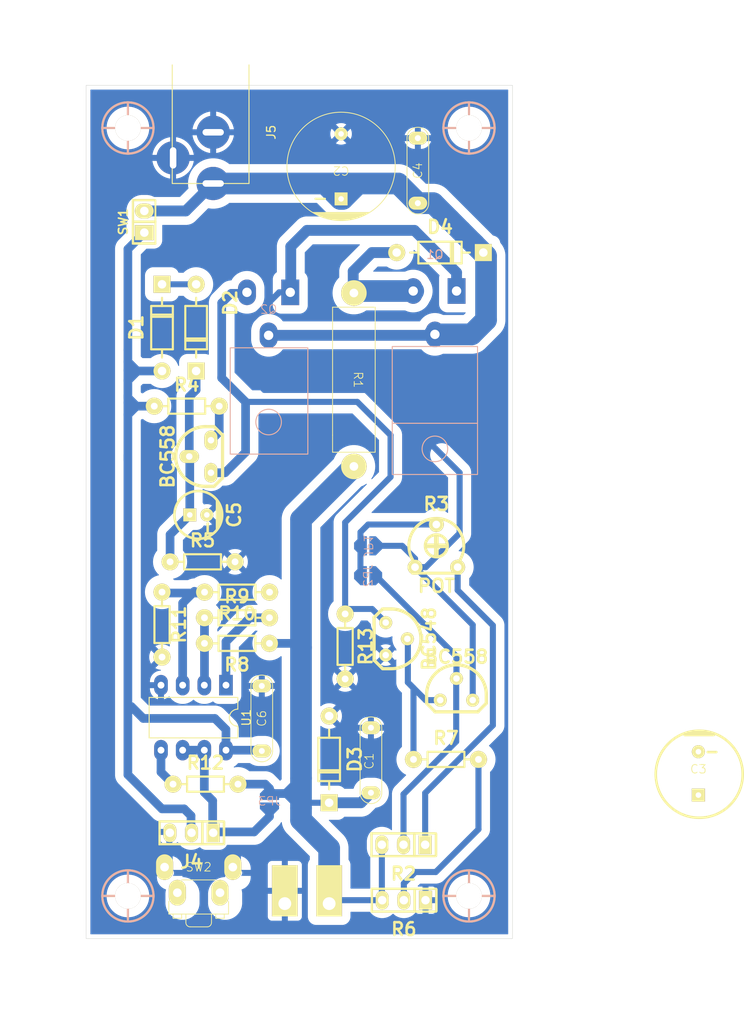
<source format=kicad_pcb>
(kicad_pcb (version 20240108) (generator "pcbnew") (generator_version "8.0")
  (layers (0 "F.Cu" signal) (31 "B.Cu" signal) (34 "B.Paste" user) (35 "F.Paste" user) (36 "B.SilkS" user "B.Silkscreen") (37 "F.SilkS" user "F.Silkscreen") (38 "B.Mask" user) (39 "F.Mask" user) (44 "Edge.Cuts" user))
  (net 0 "")
  (net 1 "/-R")
  (net 2 "GND")
  (net 3 "VCC")
  (net 4 "Net-(D2-K)")
  (net 5 "/SW_OUT")
  (net 6 "Net-(D1-K)")
  (net 7 "Net-(J4-P1)")
  (net 8 "Net-(JP1-B)")
  (net 9 "Net-(JP1-A)")
  (net 10 "Net-(JP2-B)")
  (net 11 "/+R")
  (net 12 "Net-(Q2-B)")
  (net 13 "Net-(Q3-B)")
  (net 14 "Net-(Q4-E)")
  (net 15 "Net-(R2-Pad1)")
  (net 16 "Net-(R6-Pad2)")
  (net 17 "Net-(U1A--)")
  (net 18 "Net-(R9-Pad2)")
  (net 19 "Net-(U1A-+)")
  (net 20 "/V+")
  (footprint "EESTN5:RES0.3" (layer "F.Cu") (at 164.1 121.9)
    (property "Reference" "R12" (at 0 -2.5 0) (layer "F.SilkS") (effects (font (size 1.5 1.5) (thickness 0.3))))
    (property "Value" "100k" (hide yes))
    (pad "1" thru_hole circle (at -3.81 0) (size 1.99898 1.99898) (drill 0.8001) (layers "*.Cu" "*.Mask" "F.SilkS") (net 20 "/V+"))
    (pad "2" thru_hole circle (at 3.81 0) (size 1.99898 1.99898) (drill 0.8001) (layers "*.Cu" "*.Mask" "F.SilkS") (net 1 "/-R"))
  )
  (footprint "EESTN5:RES0.3" (layer "F.Cu") (at 163.755 95.845)
    (property "Reference" "R5" (at 0 -2.5 0) (layer "F.SilkS") (effects (font (size 1.5 1.5) (thickness 0.3))))
    (property "Value" "10k" (hide yes))
    (pad "1" thru_hole circle (at -3.81 0) (size 1.99898 1.99898) (drill 0.8001) (layers "*.Cu" "*.Mask" "F.SilkS") (net 4 "Net-(D2-K)"))
    (pad "2" thru_hole circle (at 3.81 0) (size 1.99898 1.99898) (drill 0.8001) (layers "*.Cu" "*.Mask" "F.SilkS") (net 2 "GND"))
  )
  (footprint "EESTN5:Pin_Header_2" (layer "F.Cu") (at 156.6073 55.99305 90)
    (property "Reference" "SW1" (at 0 -2.159 -90) (layer "F.SilkS") (effects (font (size 1.016 1.016) (thickness 0.2032))))
    (property "Value" "SW_SPST" (hide yes))
    (pad "1" thru_hole rect (at -1.27 0.3175 90) (size 1.75 2.19964) (drill 1.00076) (layers "*.Cu" "*.Mask" "F.SilkS") (net 5 "/SW_OUT"))
    (pad "2" thru_hole oval (at 1.27 0.3175 90) (size 1.75 2.19964) (drill 1.00076) (layers "*.Cu" "*.Mask" "F.SilkS") (net 3 "VCC"))
  )
  (footprint "EESTN5:DO-41" (layer "F.Cu") (at 163 68.4 -90)
    (property "Reference" "D2" (at -2.905 -4 90) (layer "F.SilkS") (effects (font (size 1.524 1.524) (thickness 0.3048))))
    (property "Value" "1N4007" (hide yes))
    (pad "1" thru_hole circle (at -5.08 0 270) (size 1.99898 1.99898) (drill 1.00076) (layers "*.Cu" "*.Mask" "F.SilkS") (net 6 "Net-(D1-K)"))
    (pad "2" thru_hole rect (at 5.08 0 270) (size 1.99898 1.99898) (drill 1.00076) (layers "*.Cu" "*.Mask" "F.SilkS") (net 4 "Net-(D2-K)"))
  )
  (footprint "EESTN5:RES0.3" (layer "F.Cu") (at 180.47468 105.75968 -90)
    (property "Reference" "R13" (at 0 -2.405 90) (layer "F.SilkS") (effects (font (size 1.5 1.5) (thickness 0.3))))
    (property "Value" "1M" (hide yes))
    (pad "1" thru_hole circle (at -3.81 0 270) (size 1.99898 1.99898) (drill 0.8001) (layers "*.Cu" "*.Mask" "F.SilkS") (net 12 "Net-(Q2-B)"))
    (pad "2" thru_hole circle (at 3.81 0 270) (size 1.99898 1.99898) (drill 0.8001) (layers "*.Cu" "*.Mask" "F.SilkS") (net 2 "GND"))
  )
  (footprint "Modified_Footprints:RESO_2W" (layer "F.Cu") (at 181.5 74.5 -90)
    (property "Reference" "R1" (at 0 -0.5 -90) (layer "F.SilkS") (effects (font (thickness 0.1))))
    (property "Value" "0R2")
    (pad "1" thru_hole circle (at -10.16 0 90) (size 3 3) (drill 1.016) (layers "*.Cu" "*.Mask" "F.SilkS") (net 11 "/+R"))
    (pad "2" thru_hole circle (at 10.16 0 90) (size 3 3) (drill 1.016) (layers "*.Cu" "*.Mask" "F.SilkS") (net 1 "/-R"))
  )
  (footprint "EESTN5:RES0.3" (layer "F.Cu") (at 159 103.2 -90)
    (property "Reference" "R11" (at 0 -2 90) (layer "F.SilkS") (effects (font (size 1.5 1.5) (thickness 0.3))))
    (property "Value" "5k6" (hide yes))
    (pad "1" thru_hole circle (at -3.81 0 270) (size 1.99898 1.99898) (drill 0.8001) (layers "*.Cu" "*.Mask" "F.SilkS") (net 19 "Net-(U1A-+)"))
    (pad "2" thru_hole circle (at 3.81 0 270) (size 1.99898 1.99898) (drill 0.8001) (layers "*.Cu" "*.Mask" "F.SilkS") (net 2 "GND"))
  )
  (footprint "EESTN5:Cable_1,5mm" (layer "F.Cu") (at 178.6 135.9 180)
    (property "Reference" "J1" (hide yes))
    (property "Value" "Cable_PAD" (hide yes))
    (pad "1" thru_hole rect (at 0 0 180) (size 3 6) (drill 1.5 (offset 0 1.5)) (layers "*.Cu" "F.SilkS") (net 1 "/-R"))
  )
  (footprint "EESTN5:Separador_M3_10mm" (layer "F.Cu") (at 155 135)
    (property "Reference" "J7" (hide yes))
    (property "Value" "Cable_PAD" (hide yes))
    (pad "1" thru_hole circle (at 0 0) (size 3 3) (drill 3) (layers "*.Cu" "F.SilkS"))
  )
  (footprint "Modified_Footprints:C_POL" (layer "F.Cu") (at 183.5 119.1 90)
    (property "Reference" "C1" (at -0.1 -0.2 90) (layer "F.SilkS") (effects (font (thickness 0.1))))
    (property "Value" "100nf")
    (pad "1" thru_hole oval (at -3.81 0 90) (size 1.524 2.19964) (drill 0.7) (layers "*.Cu" "*.Mask" "F.SilkS") (net 1 "/-R"))
    (pad "2" thru_hole oval (at 3.81 0 90) (size 1.524 2.19964) (drill 0.7) (layers "*.Cu" "*.Mask" "F.SilkS") (net 2 "GND"))
  )
  (footprint "EESTN5:TRIMER_V" (layer "F.Cu") (at 191.17032 93.97032 180)
    (property "Reference" "R3" (at 0 4.89966 180) (layer "F.SilkS") (effects (font (size 1.524 1.524) (thickness 0.3048))))
    (property "Value" "POT" (at 0 -4.699 180) (layer "F.SilkS") (effects (font (size 1.524 1.524) (thickness 0.3048))))
    (pad "1" thru_hole circle (at 2.49936 -2.49936 180) (size 1.75006 1.75006) (drill 0.89916) (layers "*.Cu" "*.Mask" "F.SilkS") (net 9 "Net-(JP1-A)"))
    (pad "2" thru_hole circle (at 0 2.49936 180) (size 1.75006 1.75006) (drill 0.89916) (layers "*.Cu" "*.Mask" "F.SilkS") (net 8 "Net-(JP1-B)"))
    (pad "3" thru_hole circle (at -2.49936 -2.49936 180) (size 1.75006 1.75006) (drill 0.89916) (layers "*.Cu" "*.Mask" "F.SilkS") (net 15 "Net-(R2-Pad1)"))
  )
  (footprint "EESTN5:Pin_Header_3" (layer "F.Cu") (at 187.32 129 180)
    (property "Reference" "R2" (at 0 -3.4 180) (layer "F.SilkS") (effects (font (size 1.5 1.5) (thickness 0.3))))
    (property "Value" "POT" (hide yes))
    (pad "1" thru_hole rect (at -2.54 0 180) (size 1.524 2.19964) (drill 1.00076) (layers "*.Cu" "*.Mask" "F.SilkS") (net 15 "Net-(R2-Pad1)"))
    (pad "2" thru_hole oval (at 0 0 180) (size 1.524 2.19964) (drill 1.00076) (layers "*.Cu" "*.Mask" "F.SilkS") (net 10 "Net-(JP2-B)"))
    (pad "3" thru_hole oval (at 2.54 0 180) (size 1.524 2.19964) (drill 1.00076) (layers "*.Cu" "*.Mask" "F.SilkS") (net 1 "/-R"))
  )
  (footprint "MacroLib:Jack_hembra_DC_barrel" (layer "F.Cu") (at 165 45.505 -90)
    (property "Reference" "J5" (at 0 -6.8 90) (layer "F.SilkS"))
    (property "Value" "jack")
    (pad "1" thru_hole oval (at 6 0) (size 3.9 3.9) (drill oval 2.5 0.762) (layers "*.Cu" "*.Mask") (net 3 "VCC"))
    (pad "2" thru_hole oval (at 0 0) (size 3.9 3.9) (drill oval 2.5 0.762) (layers "*.Cu" "*.Mask") (net 2 "GND"))
    (pad "3" thru_hole oval (at 3 4.7 90) (size 3.9 3.9) (drill oval 2.5 0.762) (layers "*.Cu" "*.Mask") (net 2 "GND"))
  )
  (footprint "EESTN5:RES0.3" (layer "F.Cu") (at 167.79 102.4)
    (property "Reference" "R9" (at 0 -2.5 0) (layer "F.SilkS") (effects (font (size 1.5 1.5) (thickness 0.3))))
    (property "Value" "5k6" (hide yes))
    (pad "1" thru_hole circle (at -3.81 0) (size 1.99898 1.99898) (drill 0.8001) (layers "*.Cu" "*.Mask" "F.SilkS") (net 17 "Net-(U1A--)"))
    (pad "2" thru_hole circle (at 3.81 0) (size 1.99898 1.99898) (drill 0.8001) (layers "*.Cu" "*.Mask" "F.SilkS") (net 18 "Net-(R9-Pad2)"))
  )
  (footprint "EESTN5:Separador_M3_10mm" (layer "F.Cu") (at 195 135)
    (property "Reference" "J8" (hide yes))
    (property "Value" "Cable_PAD" (hide yes))
    (pad "1" thru_hole circle (at 0 0) (size 3 3) (drill 3) (layers "*.Cu" "F.SilkS"))
  )
  (footprint "Modified_Footprints:C_POL" (layer "F.Cu") (at 170.7 114.2 90)
    (property "Reference" "C6" (at 0 0 90) (layer "F.SilkS") (effects (font (thickness 0.1))))
    (property "Value" "100n")
    (pad "1" thru_hole oval (at -3.81 0 90) (size 1.524 2.19964) (drill 0.7) (layers "*.Cu" "*.Mask" "F.SilkS") (net 5 "/SW_OUT"))
    (pad "2" thru_hole oval (at 3.81 0 90) (size 1.524 2.19964) (drill 0.7) (layers "*.Cu" "*.Mask" "F.SilkS") (net 2 "GND"))
  )
  (footprint "EESTN5:DO-41" (layer "F.Cu") (at 191.6 59.6)
    (property "Reference" "D4" (at 0 -3 0) (layer "F.SilkS") (effects (font (size 1.524 1.524) (thickness 0.3048))))
    (property "Value" "RECTIFIER_DIODE" (hide yes))
    (pad "1" thru_hole circle (at -5.08 0) (size 1.99898 1.99898) (drill 1.00076) (layers "*.Cu" "*.Mask" "F.SilkS") (net 11 "/+R"))
    (pad "2" thru_hole rect (at 5.08 0) (size 1.99898 1.99898) (drill 1.00076) (layers "*.Cu" "*.Mask" "F.SilkS") (net 3 "VCC"))
  )
  (footprint "EESTN5:to92" (layer "F.Cu") (at 185.86968 104.86968 -90)
    (property "Reference" "Q3" (hide yes))
    (property "Value" "BC548" (at 0 -4.445 90) (layer "F.SilkS") (effects (font (size 1.524 1.524) (thickness 0.3048))))
    (pad "1" thru_hole circle (at -1.905 0.635 270) (size 1.524 1.524) (drill 0.762) (layers "*.Cu" "*.Mask" "F.SilkS") (net 12 "Net-(Q2-B)"))
    (pad "2" thru_hole circle (at 0 -1.905 270) (size 1.524 1.524) (drill 0.762) (layers "*.Cu" "*.Mask" "F.SilkS") (net 13 "Net-(Q3-B)"))
    (pad "3" thru_hole circle (at 1.905 0.635 270) (size 1.524 1.524) (drill 0.762) (layers "*.Cu" "*.Mask" "F.SilkS") (net 2 "GND"))
  )
  (footprint "EESTN5:to92" (layer "F.Cu") (at 164.1 83.5 90)
    (property "Reference" "Q4" (hide yes))
    (property "Value" "BC558" (at 0 -4.445 -90) (layer "F.SilkS") (effects (font (size 1.524 1.524) (thickness 0.3048))))
    (pad "1" thru_hole oval (at -1.905 0.635 90) (size 2.286 1.524) (drill 0.762) (layers "*.Cu" "*.Mask" "F.SilkS") (net 12 "Net-(Q2-B)"))
    (pad "2" thru_hole oval (at 0 -1.905 90) (size 1.524 2.286) (drill 0.762) (layers "*.Cu" "*.Mask" "F.SilkS") (net 4 "Net-(D2-K)"))
    (pad "3" thru_hole oval (at 1.905 0.635 90) (size 2.286 1.524) (drill 0.762) (layers "*.Cu" "*.Mask" "F.SilkS") (net 14 "Net-(Q4-E)"))
  )
  (footprint "EESTN5:DO-41" (layer "F.Cu") (at 159 68.4 90)
    (property "Reference" "D1" (at 0 -3 -90) (layer "F.SilkS") (effects (font (size 1.524 1.524) (thickness 0.3048))))
    (property "Value" "1N4007" (hide yes))
    (pad "1" thru_hole circle (at -5.08 0 90) (size 1.99898 1.99898) (drill 1.00076) (layers "*.Cu" "*.Mask" "F.SilkS") (net 5 "/SW_OUT"))
    (pad "2" thru_hole rect (at 5.08 0 90) (size 1.99898 1.99898) (drill 1.00076) (layers "*.Cu" "*.Mask" "F.SilkS") (net 6 "Net-(D1-K)"))
  )
  (footprint "EESTN5:Cable_1,5mm" (layer "F.Cu") (at 173.4 135.9 180)
    (property "Reference" "J2" (hide yes))
    (property "Value" "Cable_PAD" (hide yes))
    (pad "1" thru_hole rect (at 0 0 180) (size 3 6) (drill 1.5 (offset 0 1.5)) (layers "*.Cu" "F.SilkS") (net 2 "GND"))
  )
  (footprint "EESTN5:Separador_M3_10mm" (layer "F.Cu") (at 155 45)
    (property "Reference" "J3" (hide yes))
    (property "Value" "Cable_PAD" (hide yes))
    (pad "1" thru_hole circle (at 0 0) (size 3 3) (drill 3) (layers "*.Cu" "F.SilkS"))
  )
  (footprint "EESTN5:DIP-8" (layer "F.Cu") (at 166.5 110.3 -90)
    (property "Reference" "U1" (at 3.81 -2.39 90) (layer "F.SilkS"))
    (property "Value" "LM358" (hide yes))
    (pad "1" thru_hole rect (at 0 0 270) (size 2.4 1.6) (drill 0.8) (layers "*.Cu" "*.Mask") (net 18 "Net-(R9-Pad2)"))
    (pad "2" thru_hole oval (at 0 2.54 270) (size 2.4 1.6) (drill 0.8) (layers "*.Cu" "*.Mask") (net 17 "Net-(U1A--)"))
    (pad "3" thru_hole oval (at 0 5.08 270) (size 2.4 1.6) (drill 0.8) (layers "*.Cu" "*.Mask") (net 19 "Net-(U1A-+)"))
    (pad "4" thru_hole oval (at 0 7.62 270) (size 2.4 1.6) (drill 0.8) (layers "*.Cu" "*.Mask") (net 2 "GND"))
    (pad "5" thru_hole oval (at 7.62 7.62 270) (size 2.4 1.6) (drill 0.8) (layers "*.Cu" "*.Mask") (net 20 "/V+"))
    (pad "6" thru_hole oval (at 7.62 5.08 270) (size 2.4 1.6) (drill 0.8) (layers "*.Cu" "*.Mask") (net 7 "Net-(J4-P1)"))
    (pad "7" thru_hole oval (at 7.62 2.54 270) (size 2.4 1.6) (drill 0.8) (layers "*.Cu" "*.Mask") (net 7 "Net-(J4-P1)"))
    (pad "8" thru_hole oval (at 7.62 0 270) (size 2.4 1.6) (drill 0.8) (layers "*.Cu" "*.Mask") (net 5 "/SW_OUT"))
  )
  (footprint "Modified_Footprints:C-ELEC" (layer "F.Cu") (at 221.9 120.64)
    (property "Reference" "C3" (at 0 -0.5 0) (layer "F.SilkS") (effects (font (thickness 0.1))))
    (property "Value" "470uf")
    (pad "1" thru_hole rect (at 0 2.54) (size 1.524 1.524) (drill 0.65) (layers "*.Cu" "*.Mask" "F.SilkS") (net 1 "/-R"))
    (pad "2" thru_hole circle (at 0 -2.54) (size 1.524 1.524) (drill 0.65) (layers "*.Cu" "*.Mask" "F.SilkS") (net 2 "GND"))
  )
  (footprint "EESTN5:RES0.3" (layer "F.Cu") (at 161.9 77.6)
    (property "Reference" "R4" (at 0 -2.5 0) (layer "F.SilkS") (effects (font (size 1.5 1.5) (thickness 0.3))))
    (property "Value" "100" (hide yes))
    (pad "1" thru_hole circle (at -3.81 0) (size 1.99898 1.99898) (drill 0.8001) (layers "*.Cu" "*.Mask" "F.SilkS") (net 5 "/SW_OUT"))
    (pad "2" thru_hole circle (at 3.81 0) (size 1.99898 1.99898) (drill 0.8001) (layers "*.Cu" "*.Mask" "F.SilkS") (net 14 "Net-(Q4-E)"))
  )
  (footprint "EESTN5:Separador_M3_10mm" (layer "F.Cu") (at 195 45)
    (property "Reference" "J6" (hide yes))
    (property "Value" "Cable_PAD" (hide yes))
    (pad "1" thru_hole circle (at 0 0) (size 3 3) (drill 3) (layers "*.Cu" "F.SilkS"))
  )
  (footprint "Modified_Footprints:C_POL" (layer "F.Cu") (at 189 50 90)
    (property "Reference" "C4" (at 0 0 90) (layer "F.SilkS") (effects (font (thickness 0.1))))
    (property "Value" "100nf")
    (pad "1" thru_hole oval (at -3.81 0 90) (size 1.524 2.19964) (drill 0.7) (layers "*.Cu" "*.Mask" "F.SilkS") (net 3 "VCC"))
    (pad "2" thru_hole oval (at 3.81 0 90) (size 1.524 2.19964) (drill 0.7) (layers "*.Cu" "*.Mask" "F.SilkS") (net 2 "GND"))
  )
  (footprint "MacroLib:PUSH_SWITCH_THT_90" (layer "F.Cu") (at 163.3 133.125)
    (property "Reference" "SW2" (at 0 -1.5 0) (layer "F.SilkS") (effects (font (thickness 0.1))))
    (property "Value" "SW_Push")
    (pad "1" thru_hole oval (at -2.5 1.5 180) (size 2 3) (drill 1.016) (layers "*.Cu" "*.Mask" "F.SilkS") (net 20 "/V+"))
    (pad "2" thru_hole oval (at 2.5 1.5 180) (size 2 3) (drill 1.016) (layers "*.Cu" "*.Mask" "F.SilkS") (net 18 "Net-(R9-Pad2)"))
    (pad "3" thru_hole oval (at -4 -1.5) (size 2 3) (drill 1.016) (layers "*.Cu" "*.Mask" "F.SilkS") (net 2 "GND"))
    (pad "3" thru_hole oval (at 4 -1.5) (size 2 3) (drill 1.016) (layers "*.Cu" "*.Mask" "F.SilkS") (net 2 "GND"))
  )
  (footprint "EESTN5:Pin_Header_3" (layer "F.Cu") (at 187.36 135.5 180)
    (property "Reference" "R6" (at 0 -3.4 180) (layer "F.SilkS") (effects (font (size 1.5 1.5) (thickness 0.3))))
    (property "Value" "POT" (hide yes))
    (pad "1" thru_hole rect (at -2.54 0 180) (size 1.524 2.19964) (drill 1.00076) (layers "*.Cu" "*.Mask" "F.SilkS") (net 2 "GND"))
    (pad "2" thru_hole oval (at 0 0 180) (size 1.524 2.19964) (drill 1.00076) (layers "*.Cu" "*.Mask" "F.SilkS") (net 16 "Net-(R6-Pad2)"))
    (pad "3" thru_hole oval (at 2.54 0 180) (size 1.524 2.19964) (drill 1.00076) (layers "*.Cu" "*.Mask" "F.SilkS") (net 1 "/-R"))
  )
  (footprint "EESTN5:RES0.3" (layer "F.Cu") (at 167.8 99.4 180)
    (property "Reference" "R10" (at 0 -2.5 180) (layer "F.SilkS") (effects (font (size 1.5 1.5) (thickness 0.3))))
    (property "Value" "1k1" (hide yes))
    (pad "1" thru_hole circle (at -3.81 0 180) (size 1.99898 1.99898) (drill 0.8001) (layers "*.Cu" "*.Mask" "F.SilkS") (net 11 "/+R"))
    (pad "2" thru_hole circle (at 3.81 0 180) (size 1.99898 1.99898) (drill 0.8001) (layers "*.Cu" "*.Mask" "F.SilkS") (net 19 "Net-(U1A-+)"))
  )
  (footprint "EESTN5:to92" (layer "F.Cu") (at 193.52968 111.41968)
    (property "Reference" "Q5" (hide yes))
    (property "Value" "BC558" (at 0 -4.445 0) (layer "F.SilkS") (effects (font (size 1.524 1.524) (thickness 0.3048))))
    (pad "1" thru_hole circle (at -1.905 0.635) (size 1.524 1.524) (drill 0.762) (layers "*.Cu" "*.Mask" "F.SilkS") (net 13 "Net-(Q3-B)"))
    (pad "2" thru_hole circle (at 0 -1.905) (size 1.524 1.524) (drill 0.762) (layers "*.Cu" "*.Mask" "F.SilkS") (net 10 "Net-(JP2-B)"))
    (pad "3" thru_hole circle (at 1.905 0.635) (size 1.524 1.524) (drill 0.762) (layers "*.Cu" "*.Mask" "F.SilkS") (net 9 "Net-(JP1-A)"))
  )
  (footprint "EESTN5:Pin_Header_3" (layer "F.Cu") (at 162.46 127.6 180)
    (property "Reference" "J4" (at 0 -3.4 180) (layer "F.SilkS") (effects (font (size 1.5 1.5) (thickness 0.3))))
    (property "Value" "CONN_01X03" (hide yes))
    (pad "1" thru_hole rect (at -2.54 0 180) (size 1.524 2.19964) (drill 1.00076) (layers "*.Cu" "*.Mask" "F.SilkS") (net 7 "Net-(J4-P1)"))
    (pad "2" thru_hole oval (at 0 0 180) (size 1.524 2.19964) (drill 1.00076) (layers "*.Cu" "*.Mask" "F.SilkS") (net 5 "/SW_OUT"))
    (pad "3" thru_hole oval (at 2.54 0 180) (size 1.524 2.19964) (drill 1.00076) (layers "*.Cu" "*.Mask" "F.SilkS") (net 2 "GND"))
  )
  (footprint "EESTN5:DO-41" (layer "F.Cu") (at 178.6 119 -90)
    (property "Reference" "D3" (at 0 -3 90) (layer "F.SilkS") (effects (font (size 1.524 1.524) (thickness 0.3048))))
    (property "Value" "RECTIFIER_DIODE" (hide yes))
    (pad "1" thru_hole circle (at -5.08 0 270) (size 1.99898 1.99898) (drill 1.00076) (layers "*.Cu" "*.Mask" "F.SilkS") (net 2 "GND"))
    (pad "2" thru_hole rect (at 5.08 0 270) (size 1.99898 1.99898) (drill 1.00076) (layers "*.Cu" "*.Mask" "F.SilkS") (net 1 "/-R"))
  )
  (footprint "Modified_Footprints:C_ELEC_15x12" (layer "F.Cu") (at 180 49.5 180)
    (property "Reference" "C2" (at 0 -0.5 180) (layer "F.SilkS") (effects (font (thickness 0.1))))
    (property "Value" "2200uf")
    (pad "1" thru_hole rect (at 0 -3.81 180) (size 1.524 1.524) (drill 0.65) (layers "*.Cu" "*.Mask" "F.SilkS") (net 3 "VCC"))
    (pad "2" thru_hole circle (at 0 3.81 180) (size 1.524 1.524) (drill 0.65) (layers "*.Cu" "*.Mask" "F.SilkS") (net 2 "GND"))
  )
  (footprint "EESTN5:RES0.3" (layer "F.Cu") (at 192.3 119)
    (property "Reference" "R7" (at 0 -2.5 360) (layer "F.SilkS") (effects (font (size 1.5 1.5) (thickness 0.3))))
    (property "Value" "2k2" (hide yes))
    (pad "1" thru_hole circle (at -3.81 0) (size 1.99898 1.99898) (drill 0.8001) (layers "*.Cu" "*.Mask" "F.SilkS") (net 13 "Net-(Q3-B)"))
    (pad "2" thru_hole circle (at 3.81 0) (size 1.99898 1.99898) (drill 0.8001) (layers "*.Cu" "*.Mask" "F.SilkS") (net 16 "Net-(R6-Pad2)"))
  )
  (footprint "EESTN5:CAP_ELEC_5x11mm" (layer "F.Cu") (at 163.255 90.345 -90)
    (property "Reference" "C5" (at 0 -4.2 90) (layer "F.SilkS") (effects (font (size 1.524 1.524) (thickness 0.3048))))
    (property "Value" "10uf" (hide yes))
    (pad "1" thru_hole rect (at 0 1 270) (size 1.524 1.524) (drill 0.65) (layers "*.Cu" "*.Mask" "F.SilkS") (net 4 "Net-(D2-K)"))
    (pad "2" thru_hole circle (at 0 -1 270) (size 1.524 1.524) (drill 0.65) (layers "*.Cu" "*.Mask" "F.SilkS") (net 2 "GND"))
  )
  (footprint "EESTN5:RES0.3" (layer "F.Cu") (at 167.79 105.4 180)
    (property "Reference" "R8" (at 0 -2.5 180) (layer "F.SilkS") (effects (font (size 1.5 1.5) (thickness 0.3))))
    (property "Value" "1k1" (hide yes))
    (pad "1" thru_hole circle (at -3.81 0 180) (size 1.99898 1.99898) (drill 0.8001) (layers "*.Cu" "*.Mask" "F.SilkS") (net 1 "/-R"))
    (pad "2" thru_hole circle (at 3.81 0 180) (size 1.99898 1.99898) (drill 0.8001) (layers "*.Cu" "*.Mask" "F.SilkS") (net 17 "Net-(U1A--)"))
  )
  (footprint "Modified_Footprints:JUMPER" (layer "B.Cu") (at 183.17032 93.97032 90)
    (property "Reference" "JP1" (at 0 0 -90) (layer "B.SilkS") (effects (font (thickness 0.1)) (justify mirror)))
    (property "Value" "Jumper")
    (pad "1" smd roundrect (at 0 0.9 270) (size 2.25 1.5) (layers "B.Cu" "B.Paste") (roundrect_rratio 0) (chamfer_ratio 0.5) (chamfer top_left top_right) (net 9 "Net-(JP1-A)"))
    (pad "2" smd roundrect (at 0 -0.9 90) (size 2.25 1.5) (layers "B.Cu" "B.Paste") (roundrect_rratio 0) (chamfer_ratio 0.5) (chamfer top_left top_right) (net 8 "Net-(JP1-B)"))
  )
  (footprint "Modified_Footprints:TO-126-3_90" (layer "B.Cu") (at 171.5 66.76 180)
    (property "Reference" "Q2" (at 0 0.5 0) (layer "B.SilkS") (effects (font (thickness 0.1)) (justify mirror)))
    (property "Value" "BD139")
    (pad "1" thru_hole rect (at -2.54 2.5 180) (size 2.1 3) (drill 1.1) (layers "*.Cu" "*.Mask") (net 9 "Net-(JP1-A)"))
    (pad "2" thru_hole oval (at 0 -2.54 180) (size 2.1 3) (drill 1.1) (layers "*.Cu" "*.Mask") (net 3 "VCC"))
    (pad "3" thru_hole oval (at 2.54 2.5 180) (size 2.1 3) (drill 1.1) (layers "*.Cu" "*.Mask") (net 12 "Net-(Q2-B)"))
  )
  (footprint "Modified_Footprints:JUMPER" (layer "B.Cu") (at 171.6 123.9 180)
    (property "Reference" "JP3" (at 0 0 0) (layer "B.SilkS") (effects (font (thickness 0.1)) (justify mirror)))
    (property "Value" "Jumper")
    (pad "1" smd roundrect (at 0 0.9) (size 2.25 1.5) (layers "B.Cu" "B.Paste") (roundrect_rratio 0) (chamfer_ratio 0.5) (chamfer top_left top_right) (net 1 "/-R"))
    (pad "2" smd roundrect (at 0 -0.9 180) (size 2.25 1.5) (layers "B.Cu" "B.Paste") (roundrect_rratio 0) (chamfer_ratio 0.5) (chamfer top_left top_right) (net 7 "Net-(J4-P1)"))
  )
  (footprint "Modified_Footprints:TO-220-3_90" (layer "B.Cu") (at 191 64.1075 180)
    (property "Reference" "Q1" (at 0 4.27 180) (layer "B.SilkS") (effects (justify mirror)))
    (property "Value" "TIP41C")
    (pad "1" thru_hole rect (at -2.54 0 180) (size 2.1 3) (drill 1.1) (layers "*.Cu" "*.Mask") (net 9 "Net-(JP1-A)"))
    (pad "2" thru_hole oval (at 0 -5.08 180) (size 2.1 3) (drill 1.1) (layers "*.Cu" "*.Mask") (net 3 "VCC"))
    (pad "3" thru_hole oval (at 2.54 0 180) (size 2.1 3) (drill 1.1) (layers "*.Cu" "*.Mask") (net 11 "/+R"))
  )
  (footprint "Modified_Footprints:JUMPER" (layer "B.Cu") (at 183.17032 97.47032 -90)
    (property "Reference" "JP2" (at 0 0 90) (layer "B.SilkS") (effects (font (thickness 0.1)) (justify mirror)))
    (property "Value" "Jumper")
    (pad "1" smd roundrect (at 0 0.9 90) (size 2.25 1.5) (layers "B.Cu" "B.Paste") (roundrect_rratio 0) (chamfer_ratio 0.5) (chamfer top_left top_right) (net 8 "Net-(JP1-B)"))
    (pad "2" smd roundrect (at 0 -0.9 270) (size 2.25 1.5) (layers "B.Cu" "B.Paste") (roundrect_rratio 0) (chamfer_ratio 0.5) (chamfer top_left top_right) (net 10 "Net-(JP2-B)"))
  )
  (gr_rect (start 150.1 40) (end 200.1 140) (stroke (width 0.05)) (fill none) (layer "Edge.Cuts"))
  (segment (start 184.82 135.5) (end 179 135.5) (width 0.7112) (layer "B.Cu") (net 1))
  (segment (start 175.3 124) (end 175.3 121.2) (width 2.54) (layer "B.Cu") (net 1))
  (segment (start 173.5 123) (end 175.3 121.2) (width 1.016) (layer "B.Cu") (net 1))
  (segment (start 167.91 121.9) (end 171.1 121.9) (width 1.016) (layer "B.Cu") (net 1))
  (segment (start 175.3 126.1) (end 175.3 124.7) (width 2.54) (layer "B.Cu") (net 1))
  (segment (start 175.3 90.86) (end 181.5 84.66) (width 2.54) (layer "B.Cu") (net 1))
  (segment (start 173.6 123) (end 175.3 124.7) (width 1.016) (layer "B.Cu") (net 1))
  (segment (start 179 135.5) (end 178.6 135.9) (width 0.7112) (layer "B.Cu") (net 1))
  (segment (start 171.6 122.4) (end 171.6 123) (width 1.016) (layer "B.Cu") (net 1))
  (segment (start 174.8 105.4) (end 175.3 105.9) (width 1.016) (layer "B.Cu") (net 1))
  (segment (start 175.3 124.7) (end 175.3 124) (width 2.54) (layer "B.Cu") (net 1))
  (segment (start 171.6 105.4) (end 174.8 105.4) (width 1.016) (layer "B.Cu") (net 1))
  (segment (start 182.33 124.08) (end 183.5 122.91) (width 1.27) (layer "B.Cu") (net 1))
  (segment (start 184.78 129) (end 184.78 135.46) (width 0.7112) (layer "B.Cu") (net 1))
  (segment (start 178.6 135.9) (end 178.6 129.4) (width 2.54) (layer "B.Cu") (net 1))
  (segment (start 171.6 123) (end 173.3 123) (width 1.016) (layer "B.Cu") (net 1))
  (segment (start 174.3 123) (end 175.3 124) (width 1.016) (layer "B.Cu") (net 1))
  (segment (start 175.3 105.9) (end 175.3 90.86) (width 2.54) (layer "B.Cu") (net 1))
  (segment (start 171.1 121.9) (end 171.6 122.4) (width 1.016) (layer "B.Cu") (net 1))
  (segment (start 178.6 124.08) (end 175.38 124.08) (width 0.7112) (layer "B.Cu") (net 1))
  (segment (start 173.5 123) (end 173.6 123) (width 1.016) (layer "B.Cu") (net 1))
  (segment (start 173.3 123) (end 174.3 123) (width 1.016) (layer "B.Cu") (net 1))
  (segment (start 178.48 135.78) (end 178.6 135.9) (width 1.27) (layer "B.Cu") (net 1))
  (segment (start 175.3 121.2) (end 175.3 105.9) (width 2.54) (layer "B.Cu") (net 1))
  (segment (start 184.78 135.46) (end 184.82 135.5) (width 0.7112) (layer "B.Cu") (net 1))
  (segment (start 178.6 124.08) (end 182.33 124.08) (width 1.27) (layer "B.Cu") (net 1))
  (segment (start 173.3 123) (end 173.5 123) (width 1.016) (layer "B.Cu") (net 1))
  (segment (start 175.38 124.08) (end 175.3 124) (width 0.7112) (layer "B.Cu") (net 1))
  (segment (start 178.6 129.4) (end 175.3 126.1) (width 2.54) (layer "B.Cu") (net 1))
  (segment (start 180.195 53.31) (end 182 51.505) (width 2.54) (layer "B.Cu") (net 3))
  (segment (start 165 51.505) (end 178.1 51.505) (width 2.54) (layer "B.Cu") (net 3))
  (segment (start 162.275 54.23) (end 165 51.505) (width 1.016) (layer "B.Cu") (net 3))
  (segment (start 195.3125 69.1875) (end 191 69.1875) (width 2.54) (layer "B.Cu") (net 3))
  (segment (start 178.1 51.505) (end 180 51.505) (width 2.54) (layer "B.Cu") (net 3))
  (segment (start 180 53.31) (end 180 51.505) (width 2.54) (layer "B.Cu") (net 3))
  (segment (start 192.75 55.75) (end 194.05 57.05) (width 2.54) (layer "B.Cu") (net 3))
  (segment (start 190.81 53.81) (end 192.75 55.75) (width 2.54) (layer "B.Cu") (net 3))
  (segment (start 195.65 58.65) (end 197 60) (width 2.54) (layer "B.Cu") (net 3))
  (segment (start 156.9248 54.72305) (end 161.78195 54.72305) (width 1.27) (layer "B.Cu") (net 3))
  (segment (start 180 53.31) (end 180.195 53.31) (width 2.54) (layer "B.Cu") (net 3))
  (segment (start 171.5 69.3) (end 190.8875 69.3) (width 1.27) (layer "B.Cu") (net 3))
  (segment (start 190.77 69.4175) (end 191 69.1875) (width 1.27) (layer "B.Cu") (net 3))
  (segment (start 161.78195 54.72305) (end 165 51.505) (width 1.27) (layer "B.Cu") (net 3))
  (segment (start 197 67.5) (end 195.3125 69.1875) (width 2.54) (layer "B.Cu") (net 3))
  (segment (start 197 60) (end 197 67.5) (width 2.54) (layer "B.Cu") (net 3))
  (segment (start 182 51.505) (end 186.695 51.505) (width 2.54) (layer "B.Cu") (net 3))
  (segment (start 190.8875 69.3) (end 191 69.1875) (width 1.27) (layer "B.Cu") (net 3))
  (segment (start 180 51.505) (end 182 51.505) (width 2.54) (layer "B.Cu") (net 3))
  (segment (start 180 53.31) (end 179.905 53.31) (width 2.54) (layer "B.Cu") (net 3))
  (segment (start 189 53.81) (end 190.81 53.81) (width 2.54) (layer "B.Cu") (net 3))
  (segment (start 195.35 58.35) (end 195.65 58.65) (width 2.54) (layer "B.Cu") (net 3))
  (segment (start 186.695 51.505) (end 189 53.81) (width 2.54) (layer "B.Cu") (net 3))
  (segment (start 194.05 57.05) (end 195.65 58.65) (width 2.54) (layer "B.Cu") (net 3))
  (segment (start 179.905 53.31) (end 178.1 51.505) (width 2.54) (layer "B.Cu") (net 3))
  (segment (start 159.945 92.655) (end 159.945 95.845) (width 1.016) (layer "B.Cu") (net 4))
  (segment (start 163 75.7) (end 163 73.48) (width 1.016) (layer "B.Cu") (net 4))
  (segment (start 162.195 83.5) (end 162.195 76.505) (width 1.016) (layer "B.Cu") (net 4))
  (segment (start 162.195 76.505) (end 163 75.7) (width 1.016) (layer "B.Cu") (net 4))
  (segment (start 162.255 90.345) (end 159.945 92.655) (width 1.016) (layer "B.Cu") (net 4))
  (segment (start 162.255 83.56) (end 162.255 90.345) (width 1.016) (layer "B.Cu") (net 4))
  (segment (start 162.195 83.5) (end 162.255 83.56) (width 1.016) (layer "B.Cu") (net 4))
  (segment (start 155.4 112.8) (end 156.8 114.2) (width 1.016) (layer "B.Cu") (net 5))
  (segment (start 158.09 77.6) (end 156 77.6) (width 1.016) (layer "B.Cu") (net 5))
  (segment (start 155 78.6) (end 155 83.4) (width 1.016) (layer "B.Cu") (net 5))
  (segment (start 155 59.18785) (end 155 71) (width 1.016) (layer "B.Cu") (net 5))
  (segment (start 156 73.4) (end 156 73.6) (width 1.016) (layer "B.Cu") (net 5))
  (segment (start 162.4 127.5) (end 162.4 125.6) (width 1.016) (layer "B.Cu") (net 5))
  (segment (start 159 73.48) (end 156 73.48) (width 1.016) (layer "B.Cu") (net 5))
  (segment (start 156 73.6) (end 155 74.6) (width 1.016) (layer "B.Cu") (net 5))
  (segment (start 159 124.8) (end 155 120.8) (width 1.016) (layer "B.Cu") (net 5))
  (segment (start 155 83.4) (end 155 83.9) (width 1.016) (layer "B.Cu") (net 5))
  (segment (start 155 77.2) (end 155 76.4) (width 1.016) (layer "B.Cu") (net 5))
  (segment (start 166.5 115.5) (end 166.5 117.92) (width 1.016) (layer "B.Cu") (net 5))
  (segment (start 162.4 125.6) (end 161.6 124.8) (width 1.016) (layer "B.Cu") (net 5))
  (segment (start 156 73.48) (end 156 73.4) (width 1.016) (layer "B.Cu") (net 5))
  (segment (start 156 73.48) (end 155.08 73.48) (width 1.016) (layer "B.Cu") (net 5))
  (segment (start 155 74.6) (end 155 73.4) (width 1.016) (layer "B.Cu") (net 5))
  (segment (start 155.4 77.6) (end 155 77.2) (width 1.016) (layer "B.Cu") (net 5))
  (segment (start 170.61 117.92) (end 170.7 118.01) (width 1.016) (layer "B.Cu") (net 5))
  (segment (start 156 73.4) (end 155 72.4) (width 1.016) (layer "B.Cu") (net 5))
  (segment (start 156 77.6) (end 155 78.6) (width 1.016) (layer "B.Cu") (net 5))
  (segment (start 155 73.4) (end 155 72.4) (width 1.016) (layer "B.Cu") (net 5))
  (segment (start 155 83.4) (end 155 120.8) (width 1.016) (layer "B.Cu") (net 5))
  (segment (start 156 77.6) (end 155.4 77.6) (width 1.016) (layer "B.Cu") (net 5))
  (segment (start 161.6 124.8) (end 159 124.8) (width 1.016) (layer "B.Cu") (net 5))
  (segment (start 156 77.6) (end 155 76.6) (width 1.016) (layer "B.Cu") (net 5))
  (segment (start 155 72.4) (end 155 71) (width 1.016) (layer "B.Cu") (net 5))
  (segment (start 156.8 114.2) (end 165.2 114.2) (width 1.016) (layer "B.Cu") (net 5))
  (segment (start 155 76.6) (end 155 76.4) (width 1.016) (layer "B.Cu") (net 5))
  (segment (start 155 78.6) (end 155 77.2) (width 1.016) (layer "B.Cu") (net 5))
  (segment (start 166.5 117.92) (end 170.61 117.92) (width 1.016) (layer "B.Cu") (net 5))
  (segment (start 156.9248 57.26305) (end 155 59.18785) (width 1.016) (layer "B.Cu") (net 5))
  (segment (start 165.2 114.2) (end 166.5 115.5) (width 1.016) (layer "B.Cu") (net 5))
  (segment (start 155.08 73.48) (end 155 73.4) (width 1.016) (layer "B.Cu") (net 5))
  (segment (start 158.88 73.6) (end 159 73.48) (width 1.27) (layer "B.Cu") (net 5))
  (segment (start 155 76.4) (end 155 74.6) (width 1.016) (layer "B.Cu") (net 5))
  (segment (start 159 63.32) (end 163 63.32) (width 0.7) (layer "B.Cu") (net 6))
  (segment (start 163.96 117.92) (end 163.96 122.86) (width 1.016) (layer "B.Cu") (net 7))
  (segment (start 164.94 127.5) (end 164.94 123.84) (width 1.016) (layer "B.Cu") (net 7))
  (segment (start 171.6 125.7) (end 171.6 124.8) (width 1.016) (layer "B.Cu") (net 7))
  (segment (start 169.8 127.5) (end 171.6 125.7) (width 1.016) (layer "B.Cu") (net 7))
  (segment (start 164.94 127.5) (end 169.8 127.5) (width 1.016) (layer "B.Cu") (net 7))
  (segment (start 163.96 117.92) (end 161.42 117.92) (width 1.016) (layer "B.Cu") (net 7))
  (segment (start 164.94 123.84) (end 163.96 122.86) (width 1.016) (layer "B.Cu") (net 7))
  (segment (start 191.16968 91.47032) (end 191.17032 91.47096) (width 0.7) (layer "B.Cu") (net 8))
  (segment (start 182.27032 93.97032) (end 182.27032 97.47032) (width 0.7) (layer "B.Cu") (net 8))
  (segment (start 182.27032 93.97032) (end 182.27032 92.37032) (width 0.7) (layer "B.Cu") (net 8))
  (segment (start 183.17032 91.47032) (end 191.16968 91.47032) (width 0.7) (layer "B.Cu") (net 8))
  (segment (start 182.27032 92.37032) (end 183.17032 91.47032) (width 0.7) (layer "B.Cu") (net 8))
  (segment (start 174.04 64.26) (end 172.74 64.26) (width 0.7112) (layer "B.Cu") (net 9))
  (segment (start 188.67096 95.47096) (end 187.17032 93.97032) (width 0.7) (layer "B.Cu") (net 9))
  (segment (start 193.54 61.94) (end 188.6 57) (width 1.27) (layer "B.Cu") (net 9))
  (segment (start 193.54 64.1075) (end 193.54 61.94) (width 1.27) (layer "B.Cu") (net 9))
  (segment (start 193.9 85.4) (end 193.9 92.5) (width 0.7112) (layer "B.Cu") (net 9))
  (segment (start 176 57) (end 174.1 58.9) (width 1.27) (layer "B.Cu") (net 9))
  (segment (start 174.1 58.9) (end 174.1 64.2) (width 1.27) (layer "B.Cu") (net 9))
  (segment (start 184.2 75.7) (end 193.9 85.4) (width 0.7112) (layer "B.Cu") (net 9))
  (segment (start 172.74 64.26) (end 167.9 69.1) (width 0.7112) (layer "B.Cu") (net 9))
  (segment (start 171 75.7) (end 184.2 75.7) (width 0.7112) (layer "B.Cu") (net 9))
  (segment (start 195.43468 112.05468) (end 195.43468 103.2334) (width 0.7112) (layer "B.Cu") (net 9))
  (segment (start 188.67096 96.46968) (end 188.67096 95.47096) (width 0.7) (layer "B.Cu") (net 9))
  (segment (start 188.6 57) (end 176 57) (width 1.27) (layer "B.Cu") (net 9))
  (segment (start 174.1 64.2) (end 174.04 64.26) (width 1.27) (layer "B.Cu") (net 9))
  (segment (start 195.43468 103.2334) (end 188.67096 96.46968) (width 0.7112) (layer "B.Cu") (net 9))
  (segment (start 187.17032 93.97032) (end 184.07032 93.97032) (width 0.7) (layer "B.Cu") (net 9))
  (segment (start 167.9 69.1) (end 167.9 72.6) (width 0.7112) (layer "B.Cu") (net 9))
  (segment (start 189.93032 96.46968) (end 188.67096 96.46968) (width 0.7112) (layer "B.Cu") (net 9))
  (segment (start 167.9 72.6) (end 171 75.7) (width 0.7112) (layer "B.Cu") (net 9))
  (segment (start 193.9 92.5) (end 189.93032 96.46968) (width 0.7112) (layer "B.Cu") (net 9))
  (segment (start 187.32 129) (end 187.32 123.08) (width 0.7112) (layer "B.Cu") (net 10))
  (segment (start 184.07032 97.47032) (end 184.17032 97.57032) (width 0.7) (layer "B.Cu") (net 10))
  (segment (start 184.07032 97.47032) (end 193.52968 106.92968) (width 0.7112) (layer "B.Cu") (net 10))
  (segment (start 193.52968 106.92968) (end 193.52968 109.51468) (width 0.7112) (layer "B.Cu") (net 10))
  (segment (start 187.32 123.08) (end 193.5 116.9) (width 0.7112) (layer "B.Cu") (net 10))
  (segment (start 193.5 116.9) (end 193.5 109.54436) (width 0.7112) (layer "B.Cu") (net 10))
  (segment (start 193.5 109.54436) (end 193.52968 109.51468) (width 0.7112) (layer "B.Cu") (net 10))
  (segment (start 183.62 59.6) (end 181.42 61.8) (width 1.27) (layer "B.Cu") (net 11))
  (segment (start 188.46 64.1075) (end 181.7325 64.1075) (width 2.54) (layer "B.Cu") (net 11))
  (segment (start 181.42 61.8) (end 181.42 64.26) (width 1.27) (layer "B.Cu") (net 11))
  (segment (start 181.7325 64.1075) (end 181.5 64.34) (width 2.54) (layer "B.Cu") (net 11))
  (segment (start 186.52 59.6) (end 183.62 59.6) (width 1.27) (layer "B.Cu") (net 11))
  (segment (start 181.42 64.26) (end 181.5 64.34) (width 1.27) (layer "B.Cu") (net 11))
  (segment (start 166.395 85.405) (end 164.735 85.405) (width 1.016) (layer "B.Cu") (net 12))
  (segment (start 185.8 81) (end 181.9 77.1) (width 0.7112) (layer "B.Cu") (net 12))
  (segment (start 166 74.2) (end 166 65.5) (width 1.016) (layer "B.Cu") (net 12))
  (segment (start 168.8425 64.3775) (end 168.96 64.26) (width 1.016) (layer "B.Cu") (net 12))
  (segment (start 168.96 64.3775) (end 167.1225 64.3775) (width 0.7) (layer "B.Cu") (net 12))
  (segment (start 166 74.2) (end 166 74.3) (width 1.016) (layer "B.Cu") (net 12))
  (segment (start 180.47468 101.94968) (end 180.47468 91.22532) (width 0.7112) (layer "B.Cu") (net 12))
  (segment (start 180.46468 101.36968) (end 183.63968 101.36968) (width 0.7) (layer "B.Cu") (net 12))
  (segment (start 167.1225 64.3775) (end 168.8425 64.3775) (width 1.016) (layer "B.Cu") (net 12))
  (segment (start 168.8 83) (end 166.395 85.405) (width 1.016) (layer "B.Cu") (net 12))
  (segment (start 180.47468 91.22532) (end 185.8 85.9) (width 0.7112) (layer "B.Cu") (net 12))
  (segment (start 181.9 77.1) (end 168.8 77.1) (width 0.7112) (layer "B.Cu") (net 12))
  (segment (start 185.8 85.9) (end 185.8 81) (width 0.7112) (layer "B.Cu") (net 12))
  (segment (start 166 65.5) (end 167.1225 64.3775) (width 1.016) (layer "B.Cu") (net 12))
  (segment (start 183.63968 101.36968) (end 185.23468 102.96468) (width 0.7) (layer "B.Cu") (net 12))
  (segment (start 168.8 77.1) (end 168.8 83) (width 1.016) (layer "B.Cu") (net 12))
  (segment (start 166 74.3) (end 168.8 77.1) (width 1.016) (layer "B.Cu") (net 12))
  (segment (start 187.82968 109.96968) (end 187.82968 104.92468) (width 0.7112) (layer "B.Cu") (net 13))
  (segment (start 191.62468 112.05468) (end 189.91468 112.05468) (width 0.7112) (layer "B.Cu") (net 13))
  (segment (start 188.13 110.27) (end 187.82968 109.96968) (width 0.7112) (layer "B.Cu") (net 13))
  (segment (start 187.82968 104.92468) (end 187.77468 104.86968) (width 0.7112) (layer "B.Cu") (net 13))
  (segment (start 188.49 110.63) (end 188.13 110.27) (width 0.7112) (layer "B.Cu") (net 13))
  (segment (start 188.49 119) (end 188.49 110.63) (width 0.7112) (layer "B.Cu") (net 13))
  (segment (start 189.91468 112.05468) (end 188.13 110.27) (width 0.7112) (layer "B.Cu") (net 13))
  (segment (start 165.71 80.62) (end 164.735 81.595) (width 1.016) (layer "B.Cu") (net 14))
  (segment (start 165.71 77.6) (end 165.71 80.62) (width 1.016) (layer "B.Cu") (net 14))
  (segment (start 197.8 115) (end 189.86 122.94) (width 0.7112) (layer "B.Cu") (net 15))
  (segment (start 193.66968 99.16968) (end 197.8 103.3) (width 0.7112) (layer "B.Cu") (net 15))
  (segment (start 197.8 103.3) (end 197.8 115) (width 0.7112) (layer "B.Cu") (net 15))
  (segment (start 193.66968 96.46968) (end 193.66968 99.16968) (width 0.7112) (layer "B.Cu") (net 15))
  (segment (start 189.86 122.94) (end 189.86 129) (width 0.7112) (layer "B.Cu") (net 15))
  (segment (start 187.36 133.54) (end 188.7 132.2) (width 0.7112) (layer "B.Cu") (net 16))
  (segment (start 196.11 127.19) (end 196.11 119) (width 0.7112) (layer "B.Cu") (net 16))
  (segment (start 187.36 135.5) (end 187.36 133.54) (width 0.7112) (layer "B.Cu") (net 16))
  (segment (start 188.7 132.2) (end 191.1 132.2) (width 0.7112) (layer "B.Cu") (net 16))
  (segment (start 191.1 132.2) (end 196.11 127.19) (width 0.7112) (layer "B.Cu") (net 16))
  (segment (start 163.98 110.28) (end 163.96 110.3) (width 1.016) (layer "B.Cu") (net 17))
  (segment (start 163.98 102.4) (end 163.98 110.28) (width 1.016) (layer "B.Cu") (net 17))
  (segment (start 171.6 102.4) (end 169.3 102.4) (width 1.016) (layer "B.Cu") (net 18))
  (segment (start 166.5 105.2) (end 166.5 110.3) (width 1.016) (layer "B.Cu") (net 18))
  (segment (start 169.3 102.4) (end 166.5 105.2) (width 1.016) (layer "B.Cu") (net 18))
  (segment (start 163.89 99.5) (end 163.99 99.4) (width 1.016) (layer "B.Cu") (net 19))
  (segment (start 162.9 99.4) (end 163.99 99.4) (width 1.016) (layer "B.Cu") (net 19))
  (segment (start 162.8 99.3) (end 162.9 99.4) (width 1.016) (layer "B.Cu") (net 19))
  (segment (start 161.42 110.3) (end 161.42 100.68) (width 1.016) (layer "B.Cu") (net 19))
  (segment (start 158.9 99.5) (end 163.89 99.5) (width 1.016) (layer "B.Cu") (net 19))
  (segment (start 161.42 100.68) (end 162.8 99.3) (width 1.016) (layer "B.Cu") (net 19))
  (segment (start 158.88 117.92) (end 158.88 120.49) (width 1.016) (layer "B.Cu") (net 20))
  (segment (start 158.88 120.49) (end 160.29 121.9) (width 1.016) (layer "B.Cu") (net 20))
  (zone (net 2) (net_name "GND") (layer "B.Cu") (connect_pads (clearance 1)) (min_thickness 0.1) (fill yes (thermal_gap 0.5) (thermal_bridge_width 0.7))
    (polygon (pts (xy 140 30) (xy 210 30) (xy 210 150) (xy 140 150)))
  )
)
</source>
